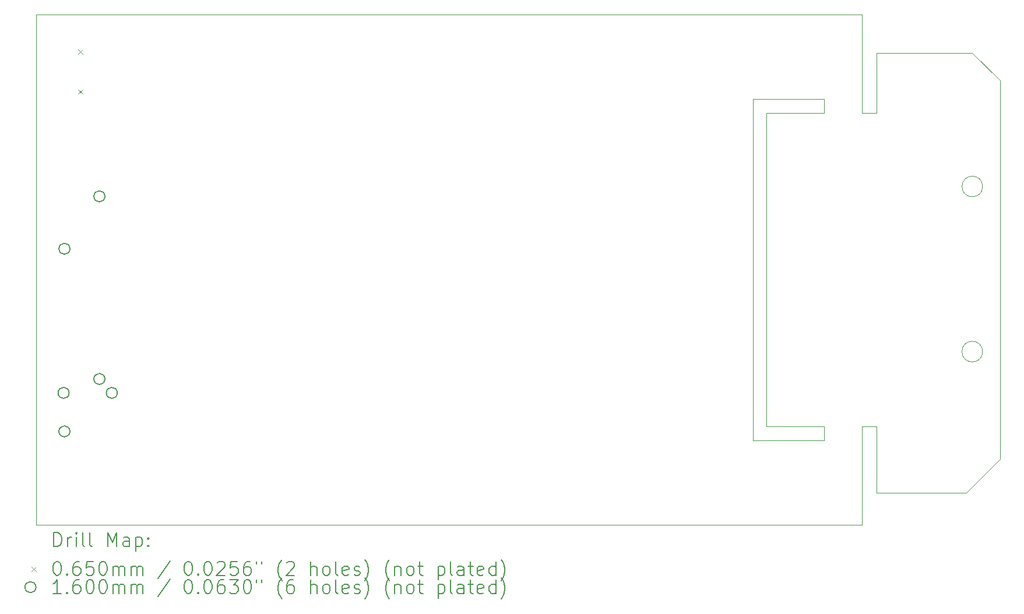
<source format=gbr>
%TF.GenerationSoftware,KiCad,Pcbnew,8.0.1*%
%TF.CreationDate,2024-11-27T14:44:21-06:00*%
%TF.ProjectId,XAmplifier,58416d70-6c69-4666-9965-722e6b696361,rev?*%
%TF.SameCoordinates,Original*%
%TF.FileFunction,Drillmap*%
%TF.FilePolarity,Positive*%
%FSLAX45Y45*%
G04 Gerber Fmt 4.5, Leading zero omitted, Abs format (unit mm)*
G04 Created by KiCad (PCBNEW 8.0.1) date 2024-11-27 14:44:21*
%MOMM*%
%LPD*%
G01*
G04 APERTURE LIST*
%ADD10C,0.050000*%
%ADD11C,0.200000*%
%ADD12C,0.100000*%
%ADD13C,0.160000*%
G04 APERTURE END LIST*
D10*
X21468000Y-12770000D02*
X20978000Y-13260000D01*
X19678000Y-7738400D02*
X19678000Y-6870000D01*
X19468000Y-7738400D02*
X19678000Y-7738400D01*
X21218000Y-8810000D02*
G75*
G02*
X20918000Y-8810000I-150000J0D01*
G01*
X20918000Y-8810000D02*
G75*
G02*
X21218000Y-8810000I150000J0D01*
G01*
X21068000Y-6870000D02*
X21468000Y-7270000D01*
X18918000Y-12500000D02*
X18918000Y-12300000D01*
X21068000Y-6870000D02*
X19678000Y-6870000D01*
X18078000Y-12300000D02*
X18078000Y-7740000D01*
X19468000Y-13726800D02*
X19468000Y-12298400D01*
X17878000Y-12498400D02*
X18918000Y-12500000D01*
X18918000Y-7740000D02*
X18078000Y-7740000D01*
X19468000Y-7738400D02*
X19468000Y-6310000D01*
X19468000Y-6310000D02*
X7468000Y-6310000D01*
X17878000Y-7540000D02*
X17878000Y-12498400D01*
X18918000Y-7740000D02*
X18918000Y-7540000D01*
X19678000Y-12298400D02*
X19468000Y-12298400D01*
X18918000Y-12300000D02*
X18078000Y-12300000D01*
X7468000Y-6310000D02*
X7468000Y-13726800D01*
X17878000Y-7540000D02*
X18918000Y-7540000D01*
X21218000Y-11210000D02*
G75*
G02*
X20918000Y-11210000I-150000J0D01*
G01*
X20918000Y-11210000D02*
G75*
G02*
X21218000Y-11210000I150000J0D01*
G01*
X19678000Y-13260000D02*
X20978000Y-13260000D01*
X19678000Y-12298400D02*
X19678000Y-13260000D01*
X21468000Y-12770000D02*
X21468000Y-7270000D01*
X19468000Y-13726800D02*
X7468000Y-13726800D01*
D11*
D12*
X8079000Y-6823500D02*
X8144000Y-6888500D01*
X8144000Y-6823500D02*
X8079000Y-6888500D01*
X8079000Y-7401500D02*
X8144000Y-7466500D01*
X8144000Y-7401500D02*
X8079000Y-7466500D01*
D13*
X7947000Y-11810000D02*
G75*
G02*
X7787000Y-11810000I-80000J0D01*
G01*
X7787000Y-11810000D02*
G75*
G02*
X7947000Y-11810000I80000J0D01*
G01*
X7959000Y-9716000D02*
G75*
G02*
X7799000Y-9716000I-80000J0D01*
G01*
X7799000Y-9716000D02*
G75*
G02*
X7959000Y-9716000I80000J0D01*
G01*
X7959000Y-12370000D02*
G75*
G02*
X7799000Y-12370000I-80000J0D01*
G01*
X7799000Y-12370000D02*
G75*
G02*
X7959000Y-12370000I80000J0D01*
G01*
X8467000Y-8954000D02*
G75*
G02*
X8307000Y-8954000I-80000J0D01*
G01*
X8307000Y-8954000D02*
G75*
G02*
X8467000Y-8954000I80000J0D01*
G01*
X8467000Y-11608000D02*
G75*
G02*
X8307000Y-11608000I-80000J0D01*
G01*
X8307000Y-11608000D02*
G75*
G02*
X8467000Y-11608000I80000J0D01*
G01*
X8647000Y-11810000D02*
G75*
G02*
X8487000Y-11810000I-80000J0D01*
G01*
X8487000Y-11810000D02*
G75*
G02*
X8647000Y-11810000I80000J0D01*
G01*
D11*
X7726277Y-14040784D02*
X7726277Y-13840784D01*
X7726277Y-13840784D02*
X7773896Y-13840784D01*
X7773896Y-13840784D02*
X7802467Y-13850308D01*
X7802467Y-13850308D02*
X7821515Y-13869355D01*
X7821515Y-13869355D02*
X7831039Y-13888403D01*
X7831039Y-13888403D02*
X7840562Y-13926498D01*
X7840562Y-13926498D02*
X7840562Y-13955069D01*
X7840562Y-13955069D02*
X7831039Y-13993165D01*
X7831039Y-13993165D02*
X7821515Y-14012212D01*
X7821515Y-14012212D02*
X7802467Y-14031260D01*
X7802467Y-14031260D02*
X7773896Y-14040784D01*
X7773896Y-14040784D02*
X7726277Y-14040784D01*
X7926277Y-14040784D02*
X7926277Y-13907450D01*
X7926277Y-13945546D02*
X7935801Y-13926498D01*
X7935801Y-13926498D02*
X7945324Y-13916974D01*
X7945324Y-13916974D02*
X7964372Y-13907450D01*
X7964372Y-13907450D02*
X7983420Y-13907450D01*
X8050086Y-14040784D02*
X8050086Y-13907450D01*
X8050086Y-13840784D02*
X8040562Y-13850308D01*
X8040562Y-13850308D02*
X8050086Y-13859831D01*
X8050086Y-13859831D02*
X8059610Y-13850308D01*
X8059610Y-13850308D02*
X8050086Y-13840784D01*
X8050086Y-13840784D02*
X8050086Y-13859831D01*
X8173896Y-14040784D02*
X8154848Y-14031260D01*
X8154848Y-14031260D02*
X8145324Y-14012212D01*
X8145324Y-14012212D02*
X8145324Y-13840784D01*
X8278658Y-14040784D02*
X8259610Y-14031260D01*
X8259610Y-14031260D02*
X8250086Y-14012212D01*
X8250086Y-14012212D02*
X8250086Y-13840784D01*
X8507229Y-14040784D02*
X8507229Y-13840784D01*
X8507229Y-13840784D02*
X8573896Y-13983641D01*
X8573896Y-13983641D02*
X8640563Y-13840784D01*
X8640563Y-13840784D02*
X8640563Y-14040784D01*
X8821515Y-14040784D02*
X8821515Y-13936022D01*
X8821515Y-13936022D02*
X8811991Y-13916974D01*
X8811991Y-13916974D02*
X8792944Y-13907450D01*
X8792944Y-13907450D02*
X8754848Y-13907450D01*
X8754848Y-13907450D02*
X8735801Y-13916974D01*
X8821515Y-14031260D02*
X8802467Y-14040784D01*
X8802467Y-14040784D02*
X8754848Y-14040784D01*
X8754848Y-14040784D02*
X8735801Y-14031260D01*
X8735801Y-14031260D02*
X8726277Y-14012212D01*
X8726277Y-14012212D02*
X8726277Y-13993165D01*
X8726277Y-13993165D02*
X8735801Y-13974117D01*
X8735801Y-13974117D02*
X8754848Y-13964593D01*
X8754848Y-13964593D02*
X8802467Y-13964593D01*
X8802467Y-13964593D02*
X8821515Y-13955069D01*
X8916753Y-13907450D02*
X8916753Y-14107450D01*
X8916753Y-13916974D02*
X8935801Y-13907450D01*
X8935801Y-13907450D02*
X8973896Y-13907450D01*
X8973896Y-13907450D02*
X8992944Y-13916974D01*
X8992944Y-13916974D02*
X9002467Y-13926498D01*
X9002467Y-13926498D02*
X9011991Y-13945546D01*
X9011991Y-13945546D02*
X9011991Y-14002688D01*
X9011991Y-14002688D02*
X9002467Y-14021736D01*
X9002467Y-14021736D02*
X8992944Y-14031260D01*
X8992944Y-14031260D02*
X8973896Y-14040784D01*
X8973896Y-14040784D02*
X8935801Y-14040784D01*
X8935801Y-14040784D02*
X8916753Y-14031260D01*
X9097705Y-14021736D02*
X9107229Y-14031260D01*
X9107229Y-14031260D02*
X9097705Y-14040784D01*
X9097705Y-14040784D02*
X9088182Y-14031260D01*
X9088182Y-14031260D02*
X9097705Y-14021736D01*
X9097705Y-14021736D02*
X9097705Y-14040784D01*
X9097705Y-13916974D02*
X9107229Y-13926498D01*
X9107229Y-13926498D02*
X9097705Y-13936022D01*
X9097705Y-13936022D02*
X9088182Y-13926498D01*
X9088182Y-13926498D02*
X9097705Y-13916974D01*
X9097705Y-13916974D02*
X9097705Y-13936022D01*
D12*
X7400500Y-14336800D02*
X7465500Y-14401800D01*
X7465500Y-14336800D02*
X7400500Y-14401800D01*
D11*
X7764372Y-14260784D02*
X7783420Y-14260784D01*
X7783420Y-14260784D02*
X7802467Y-14270308D01*
X7802467Y-14270308D02*
X7811991Y-14279831D01*
X7811991Y-14279831D02*
X7821515Y-14298879D01*
X7821515Y-14298879D02*
X7831039Y-14336974D01*
X7831039Y-14336974D02*
X7831039Y-14384593D01*
X7831039Y-14384593D02*
X7821515Y-14422688D01*
X7821515Y-14422688D02*
X7811991Y-14441736D01*
X7811991Y-14441736D02*
X7802467Y-14451260D01*
X7802467Y-14451260D02*
X7783420Y-14460784D01*
X7783420Y-14460784D02*
X7764372Y-14460784D01*
X7764372Y-14460784D02*
X7745324Y-14451260D01*
X7745324Y-14451260D02*
X7735801Y-14441736D01*
X7735801Y-14441736D02*
X7726277Y-14422688D01*
X7726277Y-14422688D02*
X7716753Y-14384593D01*
X7716753Y-14384593D02*
X7716753Y-14336974D01*
X7716753Y-14336974D02*
X7726277Y-14298879D01*
X7726277Y-14298879D02*
X7735801Y-14279831D01*
X7735801Y-14279831D02*
X7745324Y-14270308D01*
X7745324Y-14270308D02*
X7764372Y-14260784D01*
X7916753Y-14441736D02*
X7926277Y-14451260D01*
X7926277Y-14451260D02*
X7916753Y-14460784D01*
X7916753Y-14460784D02*
X7907229Y-14451260D01*
X7907229Y-14451260D02*
X7916753Y-14441736D01*
X7916753Y-14441736D02*
X7916753Y-14460784D01*
X8097705Y-14260784D02*
X8059610Y-14260784D01*
X8059610Y-14260784D02*
X8040562Y-14270308D01*
X8040562Y-14270308D02*
X8031039Y-14279831D01*
X8031039Y-14279831D02*
X8011991Y-14308403D01*
X8011991Y-14308403D02*
X8002467Y-14346498D01*
X8002467Y-14346498D02*
X8002467Y-14422688D01*
X8002467Y-14422688D02*
X8011991Y-14441736D01*
X8011991Y-14441736D02*
X8021515Y-14451260D01*
X8021515Y-14451260D02*
X8040562Y-14460784D01*
X8040562Y-14460784D02*
X8078658Y-14460784D01*
X8078658Y-14460784D02*
X8097705Y-14451260D01*
X8097705Y-14451260D02*
X8107229Y-14441736D01*
X8107229Y-14441736D02*
X8116753Y-14422688D01*
X8116753Y-14422688D02*
X8116753Y-14375069D01*
X8116753Y-14375069D02*
X8107229Y-14356022D01*
X8107229Y-14356022D02*
X8097705Y-14346498D01*
X8097705Y-14346498D02*
X8078658Y-14336974D01*
X8078658Y-14336974D02*
X8040562Y-14336974D01*
X8040562Y-14336974D02*
X8021515Y-14346498D01*
X8021515Y-14346498D02*
X8011991Y-14356022D01*
X8011991Y-14356022D02*
X8002467Y-14375069D01*
X8297705Y-14260784D02*
X8202467Y-14260784D01*
X8202467Y-14260784D02*
X8192943Y-14356022D01*
X8192943Y-14356022D02*
X8202467Y-14346498D01*
X8202467Y-14346498D02*
X8221515Y-14336974D01*
X8221515Y-14336974D02*
X8269134Y-14336974D01*
X8269134Y-14336974D02*
X8288182Y-14346498D01*
X8288182Y-14346498D02*
X8297705Y-14356022D01*
X8297705Y-14356022D02*
X8307229Y-14375069D01*
X8307229Y-14375069D02*
X8307229Y-14422688D01*
X8307229Y-14422688D02*
X8297705Y-14441736D01*
X8297705Y-14441736D02*
X8288182Y-14451260D01*
X8288182Y-14451260D02*
X8269134Y-14460784D01*
X8269134Y-14460784D02*
X8221515Y-14460784D01*
X8221515Y-14460784D02*
X8202467Y-14451260D01*
X8202467Y-14451260D02*
X8192943Y-14441736D01*
X8431039Y-14260784D02*
X8450086Y-14260784D01*
X8450086Y-14260784D02*
X8469134Y-14270308D01*
X8469134Y-14270308D02*
X8478658Y-14279831D01*
X8478658Y-14279831D02*
X8488182Y-14298879D01*
X8488182Y-14298879D02*
X8497705Y-14336974D01*
X8497705Y-14336974D02*
X8497705Y-14384593D01*
X8497705Y-14384593D02*
X8488182Y-14422688D01*
X8488182Y-14422688D02*
X8478658Y-14441736D01*
X8478658Y-14441736D02*
X8469134Y-14451260D01*
X8469134Y-14451260D02*
X8450086Y-14460784D01*
X8450086Y-14460784D02*
X8431039Y-14460784D01*
X8431039Y-14460784D02*
X8411991Y-14451260D01*
X8411991Y-14451260D02*
X8402467Y-14441736D01*
X8402467Y-14441736D02*
X8392944Y-14422688D01*
X8392944Y-14422688D02*
X8383420Y-14384593D01*
X8383420Y-14384593D02*
X8383420Y-14336974D01*
X8383420Y-14336974D02*
X8392944Y-14298879D01*
X8392944Y-14298879D02*
X8402467Y-14279831D01*
X8402467Y-14279831D02*
X8411991Y-14270308D01*
X8411991Y-14270308D02*
X8431039Y-14260784D01*
X8583420Y-14460784D02*
X8583420Y-14327450D01*
X8583420Y-14346498D02*
X8592944Y-14336974D01*
X8592944Y-14336974D02*
X8611991Y-14327450D01*
X8611991Y-14327450D02*
X8640563Y-14327450D01*
X8640563Y-14327450D02*
X8659610Y-14336974D01*
X8659610Y-14336974D02*
X8669134Y-14356022D01*
X8669134Y-14356022D02*
X8669134Y-14460784D01*
X8669134Y-14356022D02*
X8678658Y-14336974D01*
X8678658Y-14336974D02*
X8697705Y-14327450D01*
X8697705Y-14327450D02*
X8726277Y-14327450D01*
X8726277Y-14327450D02*
X8745325Y-14336974D01*
X8745325Y-14336974D02*
X8754848Y-14356022D01*
X8754848Y-14356022D02*
X8754848Y-14460784D01*
X8850086Y-14460784D02*
X8850086Y-14327450D01*
X8850086Y-14346498D02*
X8859610Y-14336974D01*
X8859610Y-14336974D02*
X8878658Y-14327450D01*
X8878658Y-14327450D02*
X8907229Y-14327450D01*
X8907229Y-14327450D02*
X8926277Y-14336974D01*
X8926277Y-14336974D02*
X8935801Y-14356022D01*
X8935801Y-14356022D02*
X8935801Y-14460784D01*
X8935801Y-14356022D02*
X8945325Y-14336974D01*
X8945325Y-14336974D02*
X8964372Y-14327450D01*
X8964372Y-14327450D02*
X8992944Y-14327450D01*
X8992944Y-14327450D02*
X9011991Y-14336974D01*
X9011991Y-14336974D02*
X9021515Y-14356022D01*
X9021515Y-14356022D02*
X9021515Y-14460784D01*
X9411991Y-14251260D02*
X9240563Y-14508403D01*
X9669134Y-14260784D02*
X9688182Y-14260784D01*
X9688182Y-14260784D02*
X9707229Y-14270308D01*
X9707229Y-14270308D02*
X9716753Y-14279831D01*
X9716753Y-14279831D02*
X9726277Y-14298879D01*
X9726277Y-14298879D02*
X9735801Y-14336974D01*
X9735801Y-14336974D02*
X9735801Y-14384593D01*
X9735801Y-14384593D02*
X9726277Y-14422688D01*
X9726277Y-14422688D02*
X9716753Y-14441736D01*
X9716753Y-14441736D02*
X9707229Y-14451260D01*
X9707229Y-14451260D02*
X9688182Y-14460784D01*
X9688182Y-14460784D02*
X9669134Y-14460784D01*
X9669134Y-14460784D02*
X9650087Y-14451260D01*
X9650087Y-14451260D02*
X9640563Y-14441736D01*
X9640563Y-14441736D02*
X9631039Y-14422688D01*
X9631039Y-14422688D02*
X9621515Y-14384593D01*
X9621515Y-14384593D02*
X9621515Y-14336974D01*
X9621515Y-14336974D02*
X9631039Y-14298879D01*
X9631039Y-14298879D02*
X9640563Y-14279831D01*
X9640563Y-14279831D02*
X9650087Y-14270308D01*
X9650087Y-14270308D02*
X9669134Y-14260784D01*
X9821515Y-14441736D02*
X9831039Y-14451260D01*
X9831039Y-14451260D02*
X9821515Y-14460784D01*
X9821515Y-14460784D02*
X9811991Y-14451260D01*
X9811991Y-14451260D02*
X9821515Y-14441736D01*
X9821515Y-14441736D02*
X9821515Y-14460784D01*
X9954848Y-14260784D02*
X9973896Y-14260784D01*
X9973896Y-14260784D02*
X9992944Y-14270308D01*
X9992944Y-14270308D02*
X10002468Y-14279831D01*
X10002468Y-14279831D02*
X10011991Y-14298879D01*
X10011991Y-14298879D02*
X10021515Y-14336974D01*
X10021515Y-14336974D02*
X10021515Y-14384593D01*
X10021515Y-14384593D02*
X10011991Y-14422688D01*
X10011991Y-14422688D02*
X10002468Y-14441736D01*
X10002468Y-14441736D02*
X9992944Y-14451260D01*
X9992944Y-14451260D02*
X9973896Y-14460784D01*
X9973896Y-14460784D02*
X9954848Y-14460784D01*
X9954848Y-14460784D02*
X9935801Y-14451260D01*
X9935801Y-14451260D02*
X9926277Y-14441736D01*
X9926277Y-14441736D02*
X9916753Y-14422688D01*
X9916753Y-14422688D02*
X9907229Y-14384593D01*
X9907229Y-14384593D02*
X9907229Y-14336974D01*
X9907229Y-14336974D02*
X9916753Y-14298879D01*
X9916753Y-14298879D02*
X9926277Y-14279831D01*
X9926277Y-14279831D02*
X9935801Y-14270308D01*
X9935801Y-14270308D02*
X9954848Y-14260784D01*
X10097706Y-14279831D02*
X10107229Y-14270308D01*
X10107229Y-14270308D02*
X10126277Y-14260784D01*
X10126277Y-14260784D02*
X10173896Y-14260784D01*
X10173896Y-14260784D02*
X10192944Y-14270308D01*
X10192944Y-14270308D02*
X10202468Y-14279831D01*
X10202468Y-14279831D02*
X10211991Y-14298879D01*
X10211991Y-14298879D02*
X10211991Y-14317927D01*
X10211991Y-14317927D02*
X10202468Y-14346498D01*
X10202468Y-14346498D02*
X10088182Y-14460784D01*
X10088182Y-14460784D02*
X10211991Y-14460784D01*
X10392944Y-14260784D02*
X10297706Y-14260784D01*
X10297706Y-14260784D02*
X10288182Y-14356022D01*
X10288182Y-14356022D02*
X10297706Y-14346498D01*
X10297706Y-14346498D02*
X10316753Y-14336974D01*
X10316753Y-14336974D02*
X10364372Y-14336974D01*
X10364372Y-14336974D02*
X10383420Y-14346498D01*
X10383420Y-14346498D02*
X10392944Y-14356022D01*
X10392944Y-14356022D02*
X10402468Y-14375069D01*
X10402468Y-14375069D02*
X10402468Y-14422688D01*
X10402468Y-14422688D02*
X10392944Y-14441736D01*
X10392944Y-14441736D02*
X10383420Y-14451260D01*
X10383420Y-14451260D02*
X10364372Y-14460784D01*
X10364372Y-14460784D02*
X10316753Y-14460784D01*
X10316753Y-14460784D02*
X10297706Y-14451260D01*
X10297706Y-14451260D02*
X10288182Y-14441736D01*
X10573896Y-14260784D02*
X10535801Y-14260784D01*
X10535801Y-14260784D02*
X10516753Y-14270308D01*
X10516753Y-14270308D02*
X10507229Y-14279831D01*
X10507229Y-14279831D02*
X10488182Y-14308403D01*
X10488182Y-14308403D02*
X10478658Y-14346498D01*
X10478658Y-14346498D02*
X10478658Y-14422688D01*
X10478658Y-14422688D02*
X10488182Y-14441736D01*
X10488182Y-14441736D02*
X10497706Y-14451260D01*
X10497706Y-14451260D02*
X10516753Y-14460784D01*
X10516753Y-14460784D02*
X10554849Y-14460784D01*
X10554849Y-14460784D02*
X10573896Y-14451260D01*
X10573896Y-14451260D02*
X10583420Y-14441736D01*
X10583420Y-14441736D02*
X10592944Y-14422688D01*
X10592944Y-14422688D02*
X10592944Y-14375069D01*
X10592944Y-14375069D02*
X10583420Y-14356022D01*
X10583420Y-14356022D02*
X10573896Y-14346498D01*
X10573896Y-14346498D02*
X10554849Y-14336974D01*
X10554849Y-14336974D02*
X10516753Y-14336974D01*
X10516753Y-14336974D02*
X10497706Y-14346498D01*
X10497706Y-14346498D02*
X10488182Y-14356022D01*
X10488182Y-14356022D02*
X10478658Y-14375069D01*
X10669134Y-14260784D02*
X10669134Y-14298879D01*
X10745325Y-14260784D02*
X10745325Y-14298879D01*
X11040563Y-14536974D02*
X11031039Y-14527450D01*
X11031039Y-14527450D02*
X11011991Y-14498879D01*
X11011991Y-14498879D02*
X11002468Y-14479831D01*
X11002468Y-14479831D02*
X10992944Y-14451260D01*
X10992944Y-14451260D02*
X10983420Y-14403641D01*
X10983420Y-14403641D02*
X10983420Y-14365546D01*
X10983420Y-14365546D02*
X10992944Y-14317927D01*
X10992944Y-14317927D02*
X11002468Y-14289355D01*
X11002468Y-14289355D02*
X11011991Y-14270308D01*
X11011991Y-14270308D02*
X11031039Y-14241736D01*
X11031039Y-14241736D02*
X11040563Y-14232212D01*
X11107230Y-14279831D02*
X11116753Y-14270308D01*
X11116753Y-14270308D02*
X11135801Y-14260784D01*
X11135801Y-14260784D02*
X11183420Y-14260784D01*
X11183420Y-14260784D02*
X11202468Y-14270308D01*
X11202468Y-14270308D02*
X11211991Y-14279831D01*
X11211991Y-14279831D02*
X11221515Y-14298879D01*
X11221515Y-14298879D02*
X11221515Y-14317927D01*
X11221515Y-14317927D02*
X11211991Y-14346498D01*
X11211991Y-14346498D02*
X11097706Y-14460784D01*
X11097706Y-14460784D02*
X11221515Y-14460784D01*
X11459610Y-14460784D02*
X11459610Y-14260784D01*
X11545325Y-14460784D02*
X11545325Y-14356022D01*
X11545325Y-14356022D02*
X11535801Y-14336974D01*
X11535801Y-14336974D02*
X11516753Y-14327450D01*
X11516753Y-14327450D02*
X11488182Y-14327450D01*
X11488182Y-14327450D02*
X11469134Y-14336974D01*
X11469134Y-14336974D02*
X11459610Y-14346498D01*
X11669134Y-14460784D02*
X11650087Y-14451260D01*
X11650087Y-14451260D02*
X11640563Y-14441736D01*
X11640563Y-14441736D02*
X11631039Y-14422688D01*
X11631039Y-14422688D02*
X11631039Y-14365546D01*
X11631039Y-14365546D02*
X11640563Y-14346498D01*
X11640563Y-14346498D02*
X11650087Y-14336974D01*
X11650087Y-14336974D02*
X11669134Y-14327450D01*
X11669134Y-14327450D02*
X11697706Y-14327450D01*
X11697706Y-14327450D02*
X11716753Y-14336974D01*
X11716753Y-14336974D02*
X11726277Y-14346498D01*
X11726277Y-14346498D02*
X11735801Y-14365546D01*
X11735801Y-14365546D02*
X11735801Y-14422688D01*
X11735801Y-14422688D02*
X11726277Y-14441736D01*
X11726277Y-14441736D02*
X11716753Y-14451260D01*
X11716753Y-14451260D02*
X11697706Y-14460784D01*
X11697706Y-14460784D02*
X11669134Y-14460784D01*
X11850087Y-14460784D02*
X11831039Y-14451260D01*
X11831039Y-14451260D02*
X11821515Y-14432212D01*
X11821515Y-14432212D02*
X11821515Y-14260784D01*
X12002468Y-14451260D02*
X11983420Y-14460784D01*
X11983420Y-14460784D02*
X11945325Y-14460784D01*
X11945325Y-14460784D02*
X11926277Y-14451260D01*
X11926277Y-14451260D02*
X11916753Y-14432212D01*
X11916753Y-14432212D02*
X11916753Y-14356022D01*
X11916753Y-14356022D02*
X11926277Y-14336974D01*
X11926277Y-14336974D02*
X11945325Y-14327450D01*
X11945325Y-14327450D02*
X11983420Y-14327450D01*
X11983420Y-14327450D02*
X12002468Y-14336974D01*
X12002468Y-14336974D02*
X12011991Y-14356022D01*
X12011991Y-14356022D02*
X12011991Y-14375069D01*
X12011991Y-14375069D02*
X11916753Y-14394117D01*
X12088182Y-14451260D02*
X12107230Y-14460784D01*
X12107230Y-14460784D02*
X12145325Y-14460784D01*
X12145325Y-14460784D02*
X12164372Y-14451260D01*
X12164372Y-14451260D02*
X12173896Y-14432212D01*
X12173896Y-14432212D02*
X12173896Y-14422688D01*
X12173896Y-14422688D02*
X12164372Y-14403641D01*
X12164372Y-14403641D02*
X12145325Y-14394117D01*
X12145325Y-14394117D02*
X12116753Y-14394117D01*
X12116753Y-14394117D02*
X12097706Y-14384593D01*
X12097706Y-14384593D02*
X12088182Y-14365546D01*
X12088182Y-14365546D02*
X12088182Y-14356022D01*
X12088182Y-14356022D02*
X12097706Y-14336974D01*
X12097706Y-14336974D02*
X12116753Y-14327450D01*
X12116753Y-14327450D02*
X12145325Y-14327450D01*
X12145325Y-14327450D02*
X12164372Y-14336974D01*
X12240563Y-14536974D02*
X12250087Y-14527450D01*
X12250087Y-14527450D02*
X12269134Y-14498879D01*
X12269134Y-14498879D02*
X12278658Y-14479831D01*
X12278658Y-14479831D02*
X12288182Y-14451260D01*
X12288182Y-14451260D02*
X12297706Y-14403641D01*
X12297706Y-14403641D02*
X12297706Y-14365546D01*
X12297706Y-14365546D02*
X12288182Y-14317927D01*
X12288182Y-14317927D02*
X12278658Y-14289355D01*
X12278658Y-14289355D02*
X12269134Y-14270308D01*
X12269134Y-14270308D02*
X12250087Y-14241736D01*
X12250087Y-14241736D02*
X12240563Y-14232212D01*
X12602468Y-14536974D02*
X12592944Y-14527450D01*
X12592944Y-14527450D02*
X12573896Y-14498879D01*
X12573896Y-14498879D02*
X12564372Y-14479831D01*
X12564372Y-14479831D02*
X12554849Y-14451260D01*
X12554849Y-14451260D02*
X12545325Y-14403641D01*
X12545325Y-14403641D02*
X12545325Y-14365546D01*
X12545325Y-14365546D02*
X12554849Y-14317927D01*
X12554849Y-14317927D02*
X12564372Y-14289355D01*
X12564372Y-14289355D02*
X12573896Y-14270308D01*
X12573896Y-14270308D02*
X12592944Y-14241736D01*
X12592944Y-14241736D02*
X12602468Y-14232212D01*
X12678658Y-14327450D02*
X12678658Y-14460784D01*
X12678658Y-14346498D02*
X12688182Y-14336974D01*
X12688182Y-14336974D02*
X12707230Y-14327450D01*
X12707230Y-14327450D02*
X12735801Y-14327450D01*
X12735801Y-14327450D02*
X12754849Y-14336974D01*
X12754849Y-14336974D02*
X12764372Y-14356022D01*
X12764372Y-14356022D02*
X12764372Y-14460784D01*
X12888182Y-14460784D02*
X12869134Y-14451260D01*
X12869134Y-14451260D02*
X12859611Y-14441736D01*
X12859611Y-14441736D02*
X12850087Y-14422688D01*
X12850087Y-14422688D02*
X12850087Y-14365546D01*
X12850087Y-14365546D02*
X12859611Y-14346498D01*
X12859611Y-14346498D02*
X12869134Y-14336974D01*
X12869134Y-14336974D02*
X12888182Y-14327450D01*
X12888182Y-14327450D02*
X12916753Y-14327450D01*
X12916753Y-14327450D02*
X12935801Y-14336974D01*
X12935801Y-14336974D02*
X12945325Y-14346498D01*
X12945325Y-14346498D02*
X12954849Y-14365546D01*
X12954849Y-14365546D02*
X12954849Y-14422688D01*
X12954849Y-14422688D02*
X12945325Y-14441736D01*
X12945325Y-14441736D02*
X12935801Y-14451260D01*
X12935801Y-14451260D02*
X12916753Y-14460784D01*
X12916753Y-14460784D02*
X12888182Y-14460784D01*
X13011992Y-14327450D02*
X13088182Y-14327450D01*
X13040563Y-14260784D02*
X13040563Y-14432212D01*
X13040563Y-14432212D02*
X13050087Y-14451260D01*
X13050087Y-14451260D02*
X13069134Y-14460784D01*
X13069134Y-14460784D02*
X13088182Y-14460784D01*
X13307230Y-14327450D02*
X13307230Y-14527450D01*
X13307230Y-14336974D02*
X13326277Y-14327450D01*
X13326277Y-14327450D02*
X13364373Y-14327450D01*
X13364373Y-14327450D02*
X13383420Y-14336974D01*
X13383420Y-14336974D02*
X13392944Y-14346498D01*
X13392944Y-14346498D02*
X13402468Y-14365546D01*
X13402468Y-14365546D02*
X13402468Y-14422688D01*
X13402468Y-14422688D02*
X13392944Y-14441736D01*
X13392944Y-14441736D02*
X13383420Y-14451260D01*
X13383420Y-14451260D02*
X13364373Y-14460784D01*
X13364373Y-14460784D02*
X13326277Y-14460784D01*
X13326277Y-14460784D02*
X13307230Y-14451260D01*
X13516753Y-14460784D02*
X13497706Y-14451260D01*
X13497706Y-14451260D02*
X13488182Y-14432212D01*
X13488182Y-14432212D02*
X13488182Y-14260784D01*
X13678658Y-14460784D02*
X13678658Y-14356022D01*
X13678658Y-14356022D02*
X13669134Y-14336974D01*
X13669134Y-14336974D02*
X13650087Y-14327450D01*
X13650087Y-14327450D02*
X13611992Y-14327450D01*
X13611992Y-14327450D02*
X13592944Y-14336974D01*
X13678658Y-14451260D02*
X13659611Y-14460784D01*
X13659611Y-14460784D02*
X13611992Y-14460784D01*
X13611992Y-14460784D02*
X13592944Y-14451260D01*
X13592944Y-14451260D02*
X13583420Y-14432212D01*
X13583420Y-14432212D02*
X13583420Y-14413165D01*
X13583420Y-14413165D02*
X13592944Y-14394117D01*
X13592944Y-14394117D02*
X13611992Y-14384593D01*
X13611992Y-14384593D02*
X13659611Y-14384593D01*
X13659611Y-14384593D02*
X13678658Y-14375069D01*
X13745325Y-14327450D02*
X13821515Y-14327450D01*
X13773896Y-14260784D02*
X13773896Y-14432212D01*
X13773896Y-14432212D02*
X13783420Y-14451260D01*
X13783420Y-14451260D02*
X13802468Y-14460784D01*
X13802468Y-14460784D02*
X13821515Y-14460784D01*
X13964373Y-14451260D02*
X13945325Y-14460784D01*
X13945325Y-14460784D02*
X13907230Y-14460784D01*
X13907230Y-14460784D02*
X13888182Y-14451260D01*
X13888182Y-14451260D02*
X13878658Y-14432212D01*
X13878658Y-14432212D02*
X13878658Y-14356022D01*
X13878658Y-14356022D02*
X13888182Y-14336974D01*
X13888182Y-14336974D02*
X13907230Y-14327450D01*
X13907230Y-14327450D02*
X13945325Y-14327450D01*
X13945325Y-14327450D02*
X13964373Y-14336974D01*
X13964373Y-14336974D02*
X13973896Y-14356022D01*
X13973896Y-14356022D02*
X13973896Y-14375069D01*
X13973896Y-14375069D02*
X13878658Y-14394117D01*
X14145325Y-14460784D02*
X14145325Y-14260784D01*
X14145325Y-14451260D02*
X14126277Y-14460784D01*
X14126277Y-14460784D02*
X14088182Y-14460784D01*
X14088182Y-14460784D02*
X14069134Y-14451260D01*
X14069134Y-14451260D02*
X14059611Y-14441736D01*
X14059611Y-14441736D02*
X14050087Y-14422688D01*
X14050087Y-14422688D02*
X14050087Y-14365546D01*
X14050087Y-14365546D02*
X14059611Y-14346498D01*
X14059611Y-14346498D02*
X14069134Y-14336974D01*
X14069134Y-14336974D02*
X14088182Y-14327450D01*
X14088182Y-14327450D02*
X14126277Y-14327450D01*
X14126277Y-14327450D02*
X14145325Y-14336974D01*
X14221515Y-14536974D02*
X14231039Y-14527450D01*
X14231039Y-14527450D02*
X14250087Y-14498879D01*
X14250087Y-14498879D02*
X14259611Y-14479831D01*
X14259611Y-14479831D02*
X14269134Y-14451260D01*
X14269134Y-14451260D02*
X14278658Y-14403641D01*
X14278658Y-14403641D02*
X14278658Y-14365546D01*
X14278658Y-14365546D02*
X14269134Y-14317927D01*
X14269134Y-14317927D02*
X14259611Y-14289355D01*
X14259611Y-14289355D02*
X14250087Y-14270308D01*
X14250087Y-14270308D02*
X14231039Y-14241736D01*
X14231039Y-14241736D02*
X14221515Y-14232212D01*
D13*
X7465500Y-14633300D02*
G75*
G02*
X7305500Y-14633300I-80000J0D01*
G01*
X7305500Y-14633300D02*
G75*
G02*
X7465500Y-14633300I80000J0D01*
G01*
D11*
X7831039Y-14724784D02*
X7716753Y-14724784D01*
X7773896Y-14724784D02*
X7773896Y-14524784D01*
X7773896Y-14524784D02*
X7754848Y-14553355D01*
X7754848Y-14553355D02*
X7735801Y-14572403D01*
X7735801Y-14572403D02*
X7716753Y-14581927D01*
X7916753Y-14705736D02*
X7926277Y-14715260D01*
X7926277Y-14715260D02*
X7916753Y-14724784D01*
X7916753Y-14724784D02*
X7907229Y-14715260D01*
X7907229Y-14715260D02*
X7916753Y-14705736D01*
X7916753Y-14705736D02*
X7916753Y-14724784D01*
X8097705Y-14524784D02*
X8059610Y-14524784D01*
X8059610Y-14524784D02*
X8040562Y-14534308D01*
X8040562Y-14534308D02*
X8031039Y-14543831D01*
X8031039Y-14543831D02*
X8011991Y-14572403D01*
X8011991Y-14572403D02*
X8002467Y-14610498D01*
X8002467Y-14610498D02*
X8002467Y-14686688D01*
X8002467Y-14686688D02*
X8011991Y-14705736D01*
X8011991Y-14705736D02*
X8021515Y-14715260D01*
X8021515Y-14715260D02*
X8040562Y-14724784D01*
X8040562Y-14724784D02*
X8078658Y-14724784D01*
X8078658Y-14724784D02*
X8097705Y-14715260D01*
X8097705Y-14715260D02*
X8107229Y-14705736D01*
X8107229Y-14705736D02*
X8116753Y-14686688D01*
X8116753Y-14686688D02*
X8116753Y-14639069D01*
X8116753Y-14639069D02*
X8107229Y-14620022D01*
X8107229Y-14620022D02*
X8097705Y-14610498D01*
X8097705Y-14610498D02*
X8078658Y-14600974D01*
X8078658Y-14600974D02*
X8040562Y-14600974D01*
X8040562Y-14600974D02*
X8021515Y-14610498D01*
X8021515Y-14610498D02*
X8011991Y-14620022D01*
X8011991Y-14620022D02*
X8002467Y-14639069D01*
X8240562Y-14524784D02*
X8259610Y-14524784D01*
X8259610Y-14524784D02*
X8278658Y-14534308D01*
X8278658Y-14534308D02*
X8288182Y-14543831D01*
X8288182Y-14543831D02*
X8297705Y-14562879D01*
X8297705Y-14562879D02*
X8307229Y-14600974D01*
X8307229Y-14600974D02*
X8307229Y-14648593D01*
X8307229Y-14648593D02*
X8297705Y-14686688D01*
X8297705Y-14686688D02*
X8288182Y-14705736D01*
X8288182Y-14705736D02*
X8278658Y-14715260D01*
X8278658Y-14715260D02*
X8259610Y-14724784D01*
X8259610Y-14724784D02*
X8240562Y-14724784D01*
X8240562Y-14724784D02*
X8221515Y-14715260D01*
X8221515Y-14715260D02*
X8211991Y-14705736D01*
X8211991Y-14705736D02*
X8202467Y-14686688D01*
X8202467Y-14686688D02*
X8192943Y-14648593D01*
X8192943Y-14648593D02*
X8192943Y-14600974D01*
X8192943Y-14600974D02*
X8202467Y-14562879D01*
X8202467Y-14562879D02*
X8211991Y-14543831D01*
X8211991Y-14543831D02*
X8221515Y-14534308D01*
X8221515Y-14534308D02*
X8240562Y-14524784D01*
X8431039Y-14524784D02*
X8450086Y-14524784D01*
X8450086Y-14524784D02*
X8469134Y-14534308D01*
X8469134Y-14534308D02*
X8478658Y-14543831D01*
X8478658Y-14543831D02*
X8488182Y-14562879D01*
X8488182Y-14562879D02*
X8497705Y-14600974D01*
X8497705Y-14600974D02*
X8497705Y-14648593D01*
X8497705Y-14648593D02*
X8488182Y-14686688D01*
X8488182Y-14686688D02*
X8478658Y-14705736D01*
X8478658Y-14705736D02*
X8469134Y-14715260D01*
X8469134Y-14715260D02*
X8450086Y-14724784D01*
X8450086Y-14724784D02*
X8431039Y-14724784D01*
X8431039Y-14724784D02*
X8411991Y-14715260D01*
X8411991Y-14715260D02*
X8402467Y-14705736D01*
X8402467Y-14705736D02*
X8392944Y-14686688D01*
X8392944Y-14686688D02*
X8383420Y-14648593D01*
X8383420Y-14648593D02*
X8383420Y-14600974D01*
X8383420Y-14600974D02*
X8392944Y-14562879D01*
X8392944Y-14562879D02*
X8402467Y-14543831D01*
X8402467Y-14543831D02*
X8411991Y-14534308D01*
X8411991Y-14534308D02*
X8431039Y-14524784D01*
X8583420Y-14724784D02*
X8583420Y-14591450D01*
X8583420Y-14610498D02*
X8592944Y-14600974D01*
X8592944Y-14600974D02*
X8611991Y-14591450D01*
X8611991Y-14591450D02*
X8640563Y-14591450D01*
X8640563Y-14591450D02*
X8659610Y-14600974D01*
X8659610Y-14600974D02*
X8669134Y-14620022D01*
X8669134Y-14620022D02*
X8669134Y-14724784D01*
X8669134Y-14620022D02*
X8678658Y-14600974D01*
X8678658Y-14600974D02*
X8697705Y-14591450D01*
X8697705Y-14591450D02*
X8726277Y-14591450D01*
X8726277Y-14591450D02*
X8745325Y-14600974D01*
X8745325Y-14600974D02*
X8754848Y-14620022D01*
X8754848Y-14620022D02*
X8754848Y-14724784D01*
X8850086Y-14724784D02*
X8850086Y-14591450D01*
X8850086Y-14610498D02*
X8859610Y-14600974D01*
X8859610Y-14600974D02*
X8878658Y-14591450D01*
X8878658Y-14591450D02*
X8907229Y-14591450D01*
X8907229Y-14591450D02*
X8926277Y-14600974D01*
X8926277Y-14600974D02*
X8935801Y-14620022D01*
X8935801Y-14620022D02*
X8935801Y-14724784D01*
X8935801Y-14620022D02*
X8945325Y-14600974D01*
X8945325Y-14600974D02*
X8964372Y-14591450D01*
X8964372Y-14591450D02*
X8992944Y-14591450D01*
X8992944Y-14591450D02*
X9011991Y-14600974D01*
X9011991Y-14600974D02*
X9021515Y-14620022D01*
X9021515Y-14620022D02*
X9021515Y-14724784D01*
X9411991Y-14515260D02*
X9240563Y-14772403D01*
X9669134Y-14524784D02*
X9688182Y-14524784D01*
X9688182Y-14524784D02*
X9707229Y-14534308D01*
X9707229Y-14534308D02*
X9716753Y-14543831D01*
X9716753Y-14543831D02*
X9726277Y-14562879D01*
X9726277Y-14562879D02*
X9735801Y-14600974D01*
X9735801Y-14600974D02*
X9735801Y-14648593D01*
X9735801Y-14648593D02*
X9726277Y-14686688D01*
X9726277Y-14686688D02*
X9716753Y-14705736D01*
X9716753Y-14705736D02*
X9707229Y-14715260D01*
X9707229Y-14715260D02*
X9688182Y-14724784D01*
X9688182Y-14724784D02*
X9669134Y-14724784D01*
X9669134Y-14724784D02*
X9650087Y-14715260D01*
X9650087Y-14715260D02*
X9640563Y-14705736D01*
X9640563Y-14705736D02*
X9631039Y-14686688D01*
X9631039Y-14686688D02*
X9621515Y-14648593D01*
X9621515Y-14648593D02*
X9621515Y-14600974D01*
X9621515Y-14600974D02*
X9631039Y-14562879D01*
X9631039Y-14562879D02*
X9640563Y-14543831D01*
X9640563Y-14543831D02*
X9650087Y-14534308D01*
X9650087Y-14534308D02*
X9669134Y-14524784D01*
X9821515Y-14705736D02*
X9831039Y-14715260D01*
X9831039Y-14715260D02*
X9821515Y-14724784D01*
X9821515Y-14724784D02*
X9811991Y-14715260D01*
X9811991Y-14715260D02*
X9821515Y-14705736D01*
X9821515Y-14705736D02*
X9821515Y-14724784D01*
X9954848Y-14524784D02*
X9973896Y-14524784D01*
X9973896Y-14524784D02*
X9992944Y-14534308D01*
X9992944Y-14534308D02*
X10002468Y-14543831D01*
X10002468Y-14543831D02*
X10011991Y-14562879D01*
X10011991Y-14562879D02*
X10021515Y-14600974D01*
X10021515Y-14600974D02*
X10021515Y-14648593D01*
X10021515Y-14648593D02*
X10011991Y-14686688D01*
X10011991Y-14686688D02*
X10002468Y-14705736D01*
X10002468Y-14705736D02*
X9992944Y-14715260D01*
X9992944Y-14715260D02*
X9973896Y-14724784D01*
X9973896Y-14724784D02*
X9954848Y-14724784D01*
X9954848Y-14724784D02*
X9935801Y-14715260D01*
X9935801Y-14715260D02*
X9926277Y-14705736D01*
X9926277Y-14705736D02*
X9916753Y-14686688D01*
X9916753Y-14686688D02*
X9907229Y-14648593D01*
X9907229Y-14648593D02*
X9907229Y-14600974D01*
X9907229Y-14600974D02*
X9916753Y-14562879D01*
X9916753Y-14562879D02*
X9926277Y-14543831D01*
X9926277Y-14543831D02*
X9935801Y-14534308D01*
X9935801Y-14534308D02*
X9954848Y-14524784D01*
X10192944Y-14524784D02*
X10154848Y-14524784D01*
X10154848Y-14524784D02*
X10135801Y-14534308D01*
X10135801Y-14534308D02*
X10126277Y-14543831D01*
X10126277Y-14543831D02*
X10107229Y-14572403D01*
X10107229Y-14572403D02*
X10097706Y-14610498D01*
X10097706Y-14610498D02*
X10097706Y-14686688D01*
X10097706Y-14686688D02*
X10107229Y-14705736D01*
X10107229Y-14705736D02*
X10116753Y-14715260D01*
X10116753Y-14715260D02*
X10135801Y-14724784D01*
X10135801Y-14724784D02*
X10173896Y-14724784D01*
X10173896Y-14724784D02*
X10192944Y-14715260D01*
X10192944Y-14715260D02*
X10202468Y-14705736D01*
X10202468Y-14705736D02*
X10211991Y-14686688D01*
X10211991Y-14686688D02*
X10211991Y-14639069D01*
X10211991Y-14639069D02*
X10202468Y-14620022D01*
X10202468Y-14620022D02*
X10192944Y-14610498D01*
X10192944Y-14610498D02*
X10173896Y-14600974D01*
X10173896Y-14600974D02*
X10135801Y-14600974D01*
X10135801Y-14600974D02*
X10116753Y-14610498D01*
X10116753Y-14610498D02*
X10107229Y-14620022D01*
X10107229Y-14620022D02*
X10097706Y-14639069D01*
X10278658Y-14524784D02*
X10402468Y-14524784D01*
X10402468Y-14524784D02*
X10335801Y-14600974D01*
X10335801Y-14600974D02*
X10364372Y-14600974D01*
X10364372Y-14600974D02*
X10383420Y-14610498D01*
X10383420Y-14610498D02*
X10392944Y-14620022D01*
X10392944Y-14620022D02*
X10402468Y-14639069D01*
X10402468Y-14639069D02*
X10402468Y-14686688D01*
X10402468Y-14686688D02*
X10392944Y-14705736D01*
X10392944Y-14705736D02*
X10383420Y-14715260D01*
X10383420Y-14715260D02*
X10364372Y-14724784D01*
X10364372Y-14724784D02*
X10307229Y-14724784D01*
X10307229Y-14724784D02*
X10288182Y-14715260D01*
X10288182Y-14715260D02*
X10278658Y-14705736D01*
X10526277Y-14524784D02*
X10545325Y-14524784D01*
X10545325Y-14524784D02*
X10564372Y-14534308D01*
X10564372Y-14534308D02*
X10573896Y-14543831D01*
X10573896Y-14543831D02*
X10583420Y-14562879D01*
X10583420Y-14562879D02*
X10592944Y-14600974D01*
X10592944Y-14600974D02*
X10592944Y-14648593D01*
X10592944Y-14648593D02*
X10583420Y-14686688D01*
X10583420Y-14686688D02*
X10573896Y-14705736D01*
X10573896Y-14705736D02*
X10564372Y-14715260D01*
X10564372Y-14715260D02*
X10545325Y-14724784D01*
X10545325Y-14724784D02*
X10526277Y-14724784D01*
X10526277Y-14724784D02*
X10507229Y-14715260D01*
X10507229Y-14715260D02*
X10497706Y-14705736D01*
X10497706Y-14705736D02*
X10488182Y-14686688D01*
X10488182Y-14686688D02*
X10478658Y-14648593D01*
X10478658Y-14648593D02*
X10478658Y-14600974D01*
X10478658Y-14600974D02*
X10488182Y-14562879D01*
X10488182Y-14562879D02*
X10497706Y-14543831D01*
X10497706Y-14543831D02*
X10507229Y-14534308D01*
X10507229Y-14534308D02*
X10526277Y-14524784D01*
X10669134Y-14524784D02*
X10669134Y-14562879D01*
X10745325Y-14524784D02*
X10745325Y-14562879D01*
X11040563Y-14800974D02*
X11031039Y-14791450D01*
X11031039Y-14791450D02*
X11011991Y-14762879D01*
X11011991Y-14762879D02*
X11002468Y-14743831D01*
X11002468Y-14743831D02*
X10992944Y-14715260D01*
X10992944Y-14715260D02*
X10983420Y-14667641D01*
X10983420Y-14667641D02*
X10983420Y-14629546D01*
X10983420Y-14629546D02*
X10992944Y-14581927D01*
X10992944Y-14581927D02*
X11002468Y-14553355D01*
X11002468Y-14553355D02*
X11011991Y-14534308D01*
X11011991Y-14534308D02*
X11031039Y-14505736D01*
X11031039Y-14505736D02*
X11040563Y-14496212D01*
X11202468Y-14524784D02*
X11164372Y-14524784D01*
X11164372Y-14524784D02*
X11145325Y-14534308D01*
X11145325Y-14534308D02*
X11135801Y-14543831D01*
X11135801Y-14543831D02*
X11116753Y-14572403D01*
X11116753Y-14572403D02*
X11107230Y-14610498D01*
X11107230Y-14610498D02*
X11107230Y-14686688D01*
X11107230Y-14686688D02*
X11116753Y-14705736D01*
X11116753Y-14705736D02*
X11126277Y-14715260D01*
X11126277Y-14715260D02*
X11145325Y-14724784D01*
X11145325Y-14724784D02*
X11183420Y-14724784D01*
X11183420Y-14724784D02*
X11202468Y-14715260D01*
X11202468Y-14715260D02*
X11211991Y-14705736D01*
X11211991Y-14705736D02*
X11221515Y-14686688D01*
X11221515Y-14686688D02*
X11221515Y-14639069D01*
X11221515Y-14639069D02*
X11211991Y-14620022D01*
X11211991Y-14620022D02*
X11202468Y-14610498D01*
X11202468Y-14610498D02*
X11183420Y-14600974D01*
X11183420Y-14600974D02*
X11145325Y-14600974D01*
X11145325Y-14600974D02*
X11126277Y-14610498D01*
X11126277Y-14610498D02*
X11116753Y-14620022D01*
X11116753Y-14620022D02*
X11107230Y-14639069D01*
X11459610Y-14724784D02*
X11459610Y-14524784D01*
X11545325Y-14724784D02*
X11545325Y-14620022D01*
X11545325Y-14620022D02*
X11535801Y-14600974D01*
X11535801Y-14600974D02*
X11516753Y-14591450D01*
X11516753Y-14591450D02*
X11488182Y-14591450D01*
X11488182Y-14591450D02*
X11469134Y-14600974D01*
X11469134Y-14600974D02*
X11459610Y-14610498D01*
X11669134Y-14724784D02*
X11650087Y-14715260D01*
X11650087Y-14715260D02*
X11640563Y-14705736D01*
X11640563Y-14705736D02*
X11631039Y-14686688D01*
X11631039Y-14686688D02*
X11631039Y-14629546D01*
X11631039Y-14629546D02*
X11640563Y-14610498D01*
X11640563Y-14610498D02*
X11650087Y-14600974D01*
X11650087Y-14600974D02*
X11669134Y-14591450D01*
X11669134Y-14591450D02*
X11697706Y-14591450D01*
X11697706Y-14591450D02*
X11716753Y-14600974D01*
X11716753Y-14600974D02*
X11726277Y-14610498D01*
X11726277Y-14610498D02*
X11735801Y-14629546D01*
X11735801Y-14629546D02*
X11735801Y-14686688D01*
X11735801Y-14686688D02*
X11726277Y-14705736D01*
X11726277Y-14705736D02*
X11716753Y-14715260D01*
X11716753Y-14715260D02*
X11697706Y-14724784D01*
X11697706Y-14724784D02*
X11669134Y-14724784D01*
X11850087Y-14724784D02*
X11831039Y-14715260D01*
X11831039Y-14715260D02*
X11821515Y-14696212D01*
X11821515Y-14696212D02*
X11821515Y-14524784D01*
X12002468Y-14715260D02*
X11983420Y-14724784D01*
X11983420Y-14724784D02*
X11945325Y-14724784D01*
X11945325Y-14724784D02*
X11926277Y-14715260D01*
X11926277Y-14715260D02*
X11916753Y-14696212D01*
X11916753Y-14696212D02*
X11916753Y-14620022D01*
X11916753Y-14620022D02*
X11926277Y-14600974D01*
X11926277Y-14600974D02*
X11945325Y-14591450D01*
X11945325Y-14591450D02*
X11983420Y-14591450D01*
X11983420Y-14591450D02*
X12002468Y-14600974D01*
X12002468Y-14600974D02*
X12011991Y-14620022D01*
X12011991Y-14620022D02*
X12011991Y-14639069D01*
X12011991Y-14639069D02*
X11916753Y-14658117D01*
X12088182Y-14715260D02*
X12107230Y-14724784D01*
X12107230Y-14724784D02*
X12145325Y-14724784D01*
X12145325Y-14724784D02*
X12164372Y-14715260D01*
X12164372Y-14715260D02*
X12173896Y-14696212D01*
X12173896Y-14696212D02*
X12173896Y-14686688D01*
X12173896Y-14686688D02*
X12164372Y-14667641D01*
X12164372Y-14667641D02*
X12145325Y-14658117D01*
X12145325Y-14658117D02*
X12116753Y-14658117D01*
X12116753Y-14658117D02*
X12097706Y-14648593D01*
X12097706Y-14648593D02*
X12088182Y-14629546D01*
X12088182Y-14629546D02*
X12088182Y-14620022D01*
X12088182Y-14620022D02*
X12097706Y-14600974D01*
X12097706Y-14600974D02*
X12116753Y-14591450D01*
X12116753Y-14591450D02*
X12145325Y-14591450D01*
X12145325Y-14591450D02*
X12164372Y-14600974D01*
X12240563Y-14800974D02*
X12250087Y-14791450D01*
X12250087Y-14791450D02*
X12269134Y-14762879D01*
X12269134Y-14762879D02*
X12278658Y-14743831D01*
X12278658Y-14743831D02*
X12288182Y-14715260D01*
X12288182Y-14715260D02*
X12297706Y-14667641D01*
X12297706Y-14667641D02*
X12297706Y-14629546D01*
X12297706Y-14629546D02*
X12288182Y-14581927D01*
X12288182Y-14581927D02*
X12278658Y-14553355D01*
X12278658Y-14553355D02*
X12269134Y-14534308D01*
X12269134Y-14534308D02*
X12250087Y-14505736D01*
X12250087Y-14505736D02*
X12240563Y-14496212D01*
X12602468Y-14800974D02*
X12592944Y-14791450D01*
X12592944Y-14791450D02*
X12573896Y-14762879D01*
X12573896Y-14762879D02*
X12564372Y-14743831D01*
X12564372Y-14743831D02*
X12554849Y-14715260D01*
X12554849Y-14715260D02*
X12545325Y-14667641D01*
X12545325Y-14667641D02*
X12545325Y-14629546D01*
X12545325Y-14629546D02*
X12554849Y-14581927D01*
X12554849Y-14581927D02*
X12564372Y-14553355D01*
X12564372Y-14553355D02*
X12573896Y-14534308D01*
X12573896Y-14534308D02*
X12592944Y-14505736D01*
X12592944Y-14505736D02*
X12602468Y-14496212D01*
X12678658Y-14591450D02*
X12678658Y-14724784D01*
X12678658Y-14610498D02*
X12688182Y-14600974D01*
X12688182Y-14600974D02*
X12707230Y-14591450D01*
X12707230Y-14591450D02*
X12735801Y-14591450D01*
X12735801Y-14591450D02*
X12754849Y-14600974D01*
X12754849Y-14600974D02*
X12764372Y-14620022D01*
X12764372Y-14620022D02*
X12764372Y-14724784D01*
X12888182Y-14724784D02*
X12869134Y-14715260D01*
X12869134Y-14715260D02*
X12859611Y-14705736D01*
X12859611Y-14705736D02*
X12850087Y-14686688D01*
X12850087Y-14686688D02*
X12850087Y-14629546D01*
X12850087Y-14629546D02*
X12859611Y-14610498D01*
X12859611Y-14610498D02*
X12869134Y-14600974D01*
X12869134Y-14600974D02*
X12888182Y-14591450D01*
X12888182Y-14591450D02*
X12916753Y-14591450D01*
X12916753Y-14591450D02*
X12935801Y-14600974D01*
X12935801Y-14600974D02*
X12945325Y-14610498D01*
X12945325Y-14610498D02*
X12954849Y-14629546D01*
X12954849Y-14629546D02*
X12954849Y-14686688D01*
X12954849Y-14686688D02*
X12945325Y-14705736D01*
X12945325Y-14705736D02*
X12935801Y-14715260D01*
X12935801Y-14715260D02*
X12916753Y-14724784D01*
X12916753Y-14724784D02*
X12888182Y-14724784D01*
X13011992Y-14591450D02*
X13088182Y-14591450D01*
X13040563Y-14524784D02*
X13040563Y-14696212D01*
X13040563Y-14696212D02*
X13050087Y-14715260D01*
X13050087Y-14715260D02*
X13069134Y-14724784D01*
X13069134Y-14724784D02*
X13088182Y-14724784D01*
X13307230Y-14591450D02*
X13307230Y-14791450D01*
X13307230Y-14600974D02*
X13326277Y-14591450D01*
X13326277Y-14591450D02*
X13364373Y-14591450D01*
X13364373Y-14591450D02*
X13383420Y-14600974D01*
X13383420Y-14600974D02*
X13392944Y-14610498D01*
X13392944Y-14610498D02*
X13402468Y-14629546D01*
X13402468Y-14629546D02*
X13402468Y-14686688D01*
X13402468Y-14686688D02*
X13392944Y-14705736D01*
X13392944Y-14705736D02*
X13383420Y-14715260D01*
X13383420Y-14715260D02*
X13364373Y-14724784D01*
X13364373Y-14724784D02*
X13326277Y-14724784D01*
X13326277Y-14724784D02*
X13307230Y-14715260D01*
X13516753Y-14724784D02*
X13497706Y-14715260D01*
X13497706Y-14715260D02*
X13488182Y-14696212D01*
X13488182Y-14696212D02*
X13488182Y-14524784D01*
X13678658Y-14724784D02*
X13678658Y-14620022D01*
X13678658Y-14620022D02*
X13669134Y-14600974D01*
X13669134Y-14600974D02*
X13650087Y-14591450D01*
X13650087Y-14591450D02*
X13611992Y-14591450D01*
X13611992Y-14591450D02*
X13592944Y-14600974D01*
X13678658Y-14715260D02*
X13659611Y-14724784D01*
X13659611Y-14724784D02*
X13611992Y-14724784D01*
X13611992Y-14724784D02*
X13592944Y-14715260D01*
X13592944Y-14715260D02*
X13583420Y-14696212D01*
X13583420Y-14696212D02*
X13583420Y-14677165D01*
X13583420Y-14677165D02*
X13592944Y-14658117D01*
X13592944Y-14658117D02*
X13611992Y-14648593D01*
X13611992Y-14648593D02*
X13659611Y-14648593D01*
X13659611Y-14648593D02*
X13678658Y-14639069D01*
X13745325Y-14591450D02*
X13821515Y-14591450D01*
X13773896Y-14524784D02*
X13773896Y-14696212D01*
X13773896Y-14696212D02*
X13783420Y-14715260D01*
X13783420Y-14715260D02*
X13802468Y-14724784D01*
X13802468Y-14724784D02*
X13821515Y-14724784D01*
X13964373Y-14715260D02*
X13945325Y-14724784D01*
X13945325Y-14724784D02*
X13907230Y-14724784D01*
X13907230Y-14724784D02*
X13888182Y-14715260D01*
X13888182Y-14715260D02*
X13878658Y-14696212D01*
X13878658Y-14696212D02*
X13878658Y-14620022D01*
X13878658Y-14620022D02*
X13888182Y-14600974D01*
X13888182Y-14600974D02*
X13907230Y-14591450D01*
X13907230Y-14591450D02*
X13945325Y-14591450D01*
X13945325Y-14591450D02*
X13964373Y-14600974D01*
X13964373Y-14600974D02*
X13973896Y-14620022D01*
X13973896Y-14620022D02*
X13973896Y-14639069D01*
X13973896Y-14639069D02*
X13878658Y-14658117D01*
X14145325Y-14724784D02*
X14145325Y-14524784D01*
X14145325Y-14715260D02*
X14126277Y-14724784D01*
X14126277Y-14724784D02*
X14088182Y-14724784D01*
X14088182Y-14724784D02*
X14069134Y-14715260D01*
X14069134Y-14715260D02*
X14059611Y-14705736D01*
X14059611Y-14705736D02*
X14050087Y-14686688D01*
X14050087Y-14686688D02*
X14050087Y-14629546D01*
X14050087Y-14629546D02*
X14059611Y-14610498D01*
X14059611Y-14610498D02*
X14069134Y-14600974D01*
X14069134Y-14600974D02*
X14088182Y-14591450D01*
X14088182Y-14591450D02*
X14126277Y-14591450D01*
X14126277Y-14591450D02*
X14145325Y-14600974D01*
X14221515Y-14800974D02*
X14231039Y-14791450D01*
X14231039Y-14791450D02*
X14250087Y-14762879D01*
X14250087Y-14762879D02*
X14259611Y-14743831D01*
X14259611Y-14743831D02*
X14269134Y-14715260D01*
X14269134Y-14715260D02*
X14278658Y-14667641D01*
X14278658Y-14667641D02*
X14278658Y-14629546D01*
X14278658Y-14629546D02*
X14269134Y-14581927D01*
X14269134Y-14581927D02*
X14259611Y-14553355D01*
X14259611Y-14553355D02*
X14250087Y-14534308D01*
X14250087Y-14534308D02*
X14231039Y-14505736D01*
X14231039Y-14505736D02*
X14221515Y-14496212D01*
M02*

</source>
